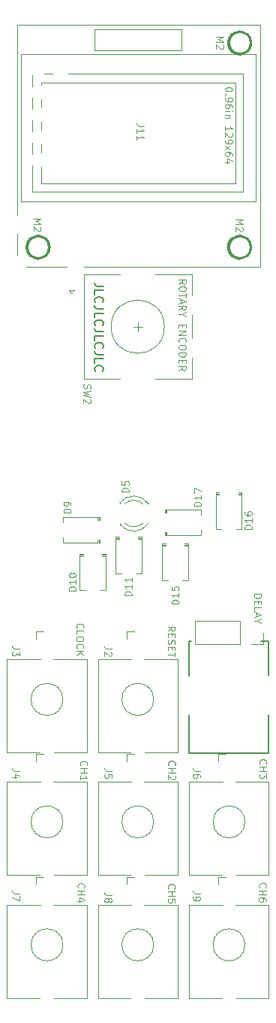
<source format=gto>
G04 #@! TF.GenerationSoftware,KiCad,Pcbnew,8.0.5*
G04 #@! TF.CreationDate,2024-11-11T16:03:41-05:00*
G04 #@! TF.ProjectId,main,6d61696e-2e6b-4696-9361-645f70636258,rev?*
G04 #@! TF.SameCoordinates,Original*
G04 #@! TF.FileFunction,Legend,Top*
G04 #@! TF.FilePolarity,Positive*
%FSLAX46Y46*%
G04 Gerber Fmt 4.6, Leading zero omitted, Abs format (unit mm)*
G04 Created by KiCad (PCBNEW 8.0.5) date 2024-11-11 16:03:41*
%MOMM*%
%LPD*%
G01*
G04 APERTURE LIST*
%ADD10C,0.150000*%
%ADD11C,1.425000*%
%ADD12C,0.120000*%
%ADD13C,0.100000*%
%ADD14R,1.930000X1.830000*%
%ADD15C,2.130000*%
%ADD16O,1.500000X3.000000*%
%ADD17R,1.800000X1.800000*%
%ADD18C,1.800000*%
%ADD19C,2.200000*%
%ADD20O,1.600000X2.000000*%
%ADD21R,2.000000X2.000000*%
%ADD22C,2.000000*%
%ADD23R,3.200000X2.000000*%
%ADD24R,1.700000X1.700000*%
%ADD25O,1.700000X1.700000*%
G04 APERTURE END LIST*
D10*
X40800000Y-97400000D02*
X40800000Y-101700000D01*
X49800000Y-101700000D02*
X49800000Y-97400000D01*
X49800000Y-89100000D02*
X48900000Y-89100000D01*
X40800000Y-101700000D02*
X49800000Y-101700000D01*
D11*
X47194734Y-44750000D02*
G75*
G02*
X45769734Y-44750000I-712500J0D01*
G01*
X45769734Y-44750000D02*
G75*
G02*
X47194734Y-44750000I712500J0D01*
G01*
D10*
X40800000Y-93000000D02*
X40800000Y-89100000D01*
X40800000Y-89100000D02*
X41000000Y-89100000D01*
D11*
X24462500Y-44750000D02*
G75*
G02*
X23037500Y-44750000I-712500J0D01*
G01*
X23037500Y-44750000D02*
G75*
G02*
X24462500Y-44750000I712500J0D01*
G01*
X47212500Y-21750000D02*
G75*
G02*
X45787500Y-21750000I-712500J0D01*
G01*
X45787500Y-21750000D02*
G75*
G02*
X47212500Y-21750000I712500J0D01*
G01*
D10*
X49800000Y-92900000D02*
X49800000Y-89100000D01*
D12*
X48144144Y-83799423D02*
X48944144Y-83799423D01*
X48944144Y-83799423D02*
X48944144Y-83989899D01*
X48944144Y-83989899D02*
X48906049Y-84104185D01*
X48906049Y-84104185D02*
X48829859Y-84180375D01*
X48829859Y-84180375D02*
X48753668Y-84218470D01*
X48753668Y-84218470D02*
X48601287Y-84256566D01*
X48601287Y-84256566D02*
X48487001Y-84256566D01*
X48487001Y-84256566D02*
X48334620Y-84218470D01*
X48334620Y-84218470D02*
X48258430Y-84180375D01*
X48258430Y-84180375D02*
X48182240Y-84104185D01*
X48182240Y-84104185D02*
X48144144Y-83989899D01*
X48144144Y-83989899D02*
X48144144Y-83799423D01*
X48563192Y-84599423D02*
X48563192Y-84866089D01*
X48144144Y-84980375D02*
X48144144Y-84599423D01*
X48144144Y-84599423D02*
X48944144Y-84599423D01*
X48944144Y-84599423D02*
X48944144Y-84980375D01*
X48144144Y-85704185D02*
X48144144Y-85323233D01*
X48144144Y-85323233D02*
X48944144Y-85323233D01*
X48372716Y-85932756D02*
X48372716Y-86313709D01*
X48144144Y-85856566D02*
X48944144Y-86123233D01*
X48944144Y-86123233D02*
X48144144Y-86389899D01*
X48525097Y-86808947D02*
X48144144Y-86808947D01*
X48944144Y-86542280D02*
X48525097Y-86808947D01*
X48525097Y-86808947D02*
X48944144Y-87075613D01*
X43854144Y-21069423D02*
X44654144Y-21069423D01*
X44654144Y-21069423D02*
X44082716Y-21336089D01*
X44082716Y-21336089D02*
X44654144Y-21602756D01*
X44654144Y-21602756D02*
X43854144Y-21602756D01*
X44577954Y-21945613D02*
X44616049Y-21983709D01*
X44616049Y-21983709D02*
X44654144Y-22059899D01*
X44654144Y-22059899D02*
X44654144Y-22250375D01*
X44654144Y-22250375D02*
X44616049Y-22326566D01*
X44616049Y-22326566D02*
X44577954Y-22364661D01*
X44577954Y-22364661D02*
X44501763Y-22402756D01*
X44501763Y-22402756D02*
X44425573Y-22402756D01*
X44425573Y-22402756D02*
X44311287Y-22364661D01*
X44311287Y-22364661D02*
X43854144Y-21907518D01*
X43854144Y-21907518D02*
X43854144Y-22402756D01*
X38384144Y-87946566D02*
X38765097Y-87679899D01*
X38384144Y-87489423D02*
X39184144Y-87489423D01*
X39184144Y-87489423D02*
X39184144Y-87794185D01*
X39184144Y-87794185D02*
X39146049Y-87870375D01*
X39146049Y-87870375D02*
X39107954Y-87908470D01*
X39107954Y-87908470D02*
X39031763Y-87946566D01*
X39031763Y-87946566D02*
X38917478Y-87946566D01*
X38917478Y-87946566D02*
X38841287Y-87908470D01*
X38841287Y-87908470D02*
X38803192Y-87870375D01*
X38803192Y-87870375D02*
X38765097Y-87794185D01*
X38765097Y-87794185D02*
X38765097Y-87489423D01*
X38803192Y-88289423D02*
X38803192Y-88556089D01*
X38384144Y-88670375D02*
X38384144Y-88289423D01*
X38384144Y-88289423D02*
X39184144Y-88289423D01*
X39184144Y-88289423D02*
X39184144Y-88670375D01*
X38422240Y-88975137D02*
X38384144Y-89089423D01*
X38384144Y-89089423D02*
X38384144Y-89279899D01*
X38384144Y-89279899D02*
X38422240Y-89356090D01*
X38422240Y-89356090D02*
X38460335Y-89394185D01*
X38460335Y-89394185D02*
X38536525Y-89432280D01*
X38536525Y-89432280D02*
X38612716Y-89432280D01*
X38612716Y-89432280D02*
X38688906Y-89394185D01*
X38688906Y-89394185D02*
X38727001Y-89356090D01*
X38727001Y-89356090D02*
X38765097Y-89279899D01*
X38765097Y-89279899D02*
X38803192Y-89127518D01*
X38803192Y-89127518D02*
X38841287Y-89051328D01*
X38841287Y-89051328D02*
X38879382Y-89013233D01*
X38879382Y-89013233D02*
X38955573Y-88975137D01*
X38955573Y-88975137D02*
X39031763Y-88975137D01*
X39031763Y-88975137D02*
X39107954Y-89013233D01*
X39107954Y-89013233D02*
X39146049Y-89051328D01*
X39146049Y-89051328D02*
X39184144Y-89127518D01*
X39184144Y-89127518D02*
X39184144Y-89317995D01*
X39184144Y-89317995D02*
X39146049Y-89432280D01*
X38803192Y-89775138D02*
X38803192Y-90041804D01*
X38384144Y-90156090D02*
X38384144Y-89775138D01*
X38384144Y-89775138D02*
X39184144Y-89775138D01*
X39184144Y-89775138D02*
X39184144Y-90156090D01*
X39184144Y-90384662D02*
X39184144Y-90841805D01*
X38384144Y-90613233D02*
X39184144Y-90613233D01*
D10*
X31130180Y-49122493D02*
X30415895Y-49122493D01*
X30415895Y-49122493D02*
X30273038Y-49074874D01*
X30273038Y-49074874D02*
X30177800Y-48979636D01*
X30177800Y-48979636D02*
X30130180Y-48836779D01*
X30130180Y-48836779D02*
X30130180Y-48741541D01*
X30130180Y-50074874D02*
X30130180Y-49598684D01*
X30130180Y-49598684D02*
X31130180Y-49598684D01*
X30225419Y-50979636D02*
X30177800Y-50932017D01*
X30177800Y-50932017D02*
X30130180Y-50789160D01*
X30130180Y-50789160D02*
X30130180Y-50693922D01*
X30130180Y-50693922D02*
X30177800Y-50551065D01*
X30177800Y-50551065D02*
X30273038Y-50455827D01*
X30273038Y-50455827D02*
X30368276Y-50408208D01*
X30368276Y-50408208D02*
X30558752Y-50360589D01*
X30558752Y-50360589D02*
X30701609Y-50360589D01*
X30701609Y-50360589D02*
X30892085Y-50408208D01*
X30892085Y-50408208D02*
X30987323Y-50455827D01*
X30987323Y-50455827D02*
X31082561Y-50551065D01*
X31082561Y-50551065D02*
X31130180Y-50693922D01*
X31130180Y-50693922D02*
X31130180Y-50789160D01*
X31130180Y-50789160D02*
X31082561Y-50932017D01*
X31082561Y-50932017D02*
X31034942Y-50979636D01*
X31130180Y-51693922D02*
X30415895Y-51693922D01*
X30415895Y-51693922D02*
X30273038Y-51646303D01*
X30273038Y-51646303D02*
X30177800Y-51551065D01*
X30177800Y-51551065D02*
X30130180Y-51408208D01*
X30130180Y-51408208D02*
X30130180Y-51312970D01*
X30130180Y-52646303D02*
X30130180Y-52170113D01*
X30130180Y-52170113D02*
X31130180Y-52170113D01*
X30225419Y-53551065D02*
X30177800Y-53503446D01*
X30177800Y-53503446D02*
X30130180Y-53360589D01*
X30130180Y-53360589D02*
X30130180Y-53265351D01*
X30130180Y-53265351D02*
X30177800Y-53122494D01*
X30177800Y-53122494D02*
X30273038Y-53027256D01*
X30273038Y-53027256D02*
X30368276Y-52979637D01*
X30368276Y-52979637D02*
X30558752Y-52932018D01*
X30558752Y-52932018D02*
X30701609Y-52932018D01*
X30701609Y-52932018D02*
X30892085Y-52979637D01*
X30892085Y-52979637D02*
X30987323Y-53027256D01*
X30987323Y-53027256D02*
X31082561Y-53122494D01*
X31082561Y-53122494D02*
X31130180Y-53265351D01*
X31130180Y-53265351D02*
X31130180Y-53360589D01*
X31130180Y-53360589D02*
X31082561Y-53503446D01*
X31082561Y-53503446D02*
X31034942Y-53551065D01*
X31130180Y-54265351D02*
X30415895Y-54265351D01*
X30415895Y-54265351D02*
X30273038Y-54217732D01*
X30273038Y-54217732D02*
X30177800Y-54122494D01*
X30177800Y-54122494D02*
X30130180Y-53979637D01*
X30130180Y-53979637D02*
X30130180Y-53884399D01*
X30130180Y-55217732D02*
X30130180Y-54741542D01*
X30130180Y-54741542D02*
X31130180Y-54741542D01*
X30225419Y-56122494D02*
X30177800Y-56074875D01*
X30177800Y-56074875D02*
X30130180Y-55932018D01*
X30130180Y-55932018D02*
X30130180Y-55836780D01*
X30130180Y-55836780D02*
X30177800Y-55693923D01*
X30177800Y-55693923D02*
X30273038Y-55598685D01*
X30273038Y-55598685D02*
X30368276Y-55551066D01*
X30368276Y-55551066D02*
X30558752Y-55503447D01*
X30558752Y-55503447D02*
X30701609Y-55503447D01*
X30701609Y-55503447D02*
X30892085Y-55551066D01*
X30892085Y-55551066D02*
X30987323Y-55598685D01*
X30987323Y-55598685D02*
X31082561Y-55693923D01*
X31082561Y-55693923D02*
X31130180Y-55836780D01*
X31130180Y-55836780D02*
X31130180Y-55932018D01*
X31130180Y-55932018D02*
X31082561Y-56074875D01*
X31082561Y-56074875D02*
X31034942Y-56122494D01*
X31130180Y-56836780D02*
X30415895Y-56836780D01*
X30415895Y-56836780D02*
X30273038Y-56789161D01*
X30273038Y-56789161D02*
X30177800Y-56693923D01*
X30177800Y-56693923D02*
X30130180Y-56551066D01*
X30130180Y-56551066D02*
X30130180Y-56455828D01*
X30130180Y-57789161D02*
X30130180Y-57312971D01*
X30130180Y-57312971D02*
X31130180Y-57312971D01*
X30225419Y-58693923D02*
X30177800Y-58646304D01*
X30177800Y-58646304D02*
X30130180Y-58503447D01*
X30130180Y-58503447D02*
X30130180Y-58408209D01*
X30130180Y-58408209D02*
X30177800Y-58265352D01*
X30177800Y-58265352D02*
X30273038Y-58170114D01*
X30273038Y-58170114D02*
X30368276Y-58122495D01*
X30368276Y-58122495D02*
X30558752Y-58074876D01*
X30558752Y-58074876D02*
X30701609Y-58074876D01*
X30701609Y-58074876D02*
X30892085Y-58122495D01*
X30892085Y-58122495D02*
X30987323Y-58170114D01*
X30987323Y-58170114D02*
X31082561Y-58265352D01*
X31082561Y-58265352D02*
X31130180Y-58408209D01*
X31130180Y-58408209D02*
X31130180Y-58503447D01*
X31130180Y-58503447D02*
X31082561Y-58646304D01*
X31082561Y-58646304D02*
X31034942Y-58693923D01*
D12*
X23254144Y-41569423D02*
X24054144Y-41569423D01*
X24054144Y-41569423D02*
X23482716Y-41836089D01*
X23482716Y-41836089D02*
X24054144Y-42102756D01*
X24054144Y-42102756D02*
X23254144Y-42102756D01*
X23977954Y-42445613D02*
X24016049Y-42483709D01*
X24016049Y-42483709D02*
X24054144Y-42559899D01*
X24054144Y-42559899D02*
X24054144Y-42750375D01*
X24054144Y-42750375D02*
X24016049Y-42826566D01*
X24016049Y-42826566D02*
X23977954Y-42864661D01*
X23977954Y-42864661D02*
X23901763Y-42902756D01*
X23901763Y-42902756D02*
X23825573Y-42902756D01*
X23825573Y-42902756D02*
X23711287Y-42864661D01*
X23711287Y-42864661D02*
X23254144Y-42407518D01*
X23254144Y-42407518D02*
X23254144Y-42902756D01*
X46054144Y-41619423D02*
X46854144Y-41619423D01*
X46854144Y-41619423D02*
X46282716Y-41886089D01*
X46282716Y-41886089D02*
X46854144Y-42152756D01*
X46854144Y-42152756D02*
X46054144Y-42152756D01*
X46777954Y-42495613D02*
X46816049Y-42533709D01*
X46816049Y-42533709D02*
X46854144Y-42609899D01*
X46854144Y-42609899D02*
X46854144Y-42800375D01*
X46854144Y-42800375D02*
X46816049Y-42876566D01*
X46816049Y-42876566D02*
X46777954Y-42914661D01*
X46777954Y-42914661D02*
X46701763Y-42952756D01*
X46701763Y-42952756D02*
X46625573Y-42952756D01*
X46625573Y-42952756D02*
X46511287Y-42914661D01*
X46511287Y-42914661D02*
X46054144Y-42457518D01*
X46054144Y-42457518D02*
X46054144Y-42952756D01*
X45654144Y-26921804D02*
X45654144Y-26997994D01*
X45654144Y-26997994D02*
X45616049Y-27074185D01*
X45616049Y-27074185D02*
X45577954Y-27112280D01*
X45577954Y-27112280D02*
X45501763Y-27150375D01*
X45501763Y-27150375D02*
X45349382Y-27188470D01*
X45349382Y-27188470D02*
X45158906Y-27188470D01*
X45158906Y-27188470D02*
X45006525Y-27150375D01*
X45006525Y-27150375D02*
X44930335Y-27112280D01*
X44930335Y-27112280D02*
X44892240Y-27074185D01*
X44892240Y-27074185D02*
X44854144Y-26997994D01*
X44854144Y-26997994D02*
X44854144Y-26921804D01*
X44854144Y-26921804D02*
X44892240Y-26845613D01*
X44892240Y-26845613D02*
X44930335Y-26807518D01*
X44930335Y-26807518D02*
X45006525Y-26769423D01*
X45006525Y-26769423D02*
X45158906Y-26731327D01*
X45158906Y-26731327D02*
X45349382Y-26731327D01*
X45349382Y-26731327D02*
X45501763Y-26769423D01*
X45501763Y-26769423D02*
X45577954Y-26807518D01*
X45577954Y-26807518D02*
X45616049Y-26845613D01*
X45616049Y-26845613D02*
X45654144Y-26921804D01*
X44930335Y-27531328D02*
X44892240Y-27569423D01*
X44892240Y-27569423D02*
X44854144Y-27531328D01*
X44854144Y-27531328D02*
X44892240Y-27493232D01*
X44892240Y-27493232D02*
X44930335Y-27531328D01*
X44930335Y-27531328D02*
X44854144Y-27531328D01*
X44854144Y-27950375D02*
X44854144Y-28102756D01*
X44854144Y-28102756D02*
X44892240Y-28178946D01*
X44892240Y-28178946D02*
X44930335Y-28217042D01*
X44930335Y-28217042D02*
X45044620Y-28293232D01*
X45044620Y-28293232D02*
X45197001Y-28331327D01*
X45197001Y-28331327D02*
X45501763Y-28331327D01*
X45501763Y-28331327D02*
X45577954Y-28293232D01*
X45577954Y-28293232D02*
X45616049Y-28255137D01*
X45616049Y-28255137D02*
X45654144Y-28178946D01*
X45654144Y-28178946D02*
X45654144Y-28026565D01*
X45654144Y-28026565D02*
X45616049Y-27950375D01*
X45616049Y-27950375D02*
X45577954Y-27912280D01*
X45577954Y-27912280D02*
X45501763Y-27874184D01*
X45501763Y-27874184D02*
X45311287Y-27874184D01*
X45311287Y-27874184D02*
X45235097Y-27912280D01*
X45235097Y-27912280D02*
X45197001Y-27950375D01*
X45197001Y-27950375D02*
X45158906Y-28026565D01*
X45158906Y-28026565D02*
X45158906Y-28178946D01*
X45158906Y-28178946D02*
X45197001Y-28255137D01*
X45197001Y-28255137D02*
X45235097Y-28293232D01*
X45235097Y-28293232D02*
X45311287Y-28331327D01*
X45654144Y-29017042D02*
X45654144Y-28864661D01*
X45654144Y-28864661D02*
X45616049Y-28788470D01*
X45616049Y-28788470D02*
X45577954Y-28750375D01*
X45577954Y-28750375D02*
X45463668Y-28674185D01*
X45463668Y-28674185D02*
X45311287Y-28636089D01*
X45311287Y-28636089D02*
X45006525Y-28636089D01*
X45006525Y-28636089D02*
X44930335Y-28674185D01*
X44930335Y-28674185D02*
X44892240Y-28712280D01*
X44892240Y-28712280D02*
X44854144Y-28788470D01*
X44854144Y-28788470D02*
X44854144Y-28940851D01*
X44854144Y-28940851D02*
X44892240Y-29017042D01*
X44892240Y-29017042D02*
X44930335Y-29055137D01*
X44930335Y-29055137D02*
X45006525Y-29093232D01*
X45006525Y-29093232D02*
X45197001Y-29093232D01*
X45197001Y-29093232D02*
X45273192Y-29055137D01*
X45273192Y-29055137D02*
X45311287Y-29017042D01*
X45311287Y-29017042D02*
X45349382Y-28940851D01*
X45349382Y-28940851D02*
X45349382Y-28788470D01*
X45349382Y-28788470D02*
X45311287Y-28712280D01*
X45311287Y-28712280D02*
X45273192Y-28674185D01*
X45273192Y-28674185D02*
X45197001Y-28636089D01*
X44854144Y-29436090D02*
X45387478Y-29436090D01*
X45654144Y-29436090D02*
X45616049Y-29397994D01*
X45616049Y-29397994D02*
X45577954Y-29436090D01*
X45577954Y-29436090D02*
X45616049Y-29474185D01*
X45616049Y-29474185D02*
X45654144Y-29436090D01*
X45654144Y-29436090D02*
X45577954Y-29436090D01*
X45387478Y-29817042D02*
X44854144Y-29817042D01*
X45311287Y-29817042D02*
X45349382Y-29855137D01*
X45349382Y-29855137D02*
X45387478Y-29931327D01*
X45387478Y-29931327D02*
X45387478Y-30045613D01*
X45387478Y-30045613D02*
X45349382Y-30121804D01*
X45349382Y-30121804D02*
X45273192Y-30159899D01*
X45273192Y-30159899D02*
X44854144Y-30159899D01*
X44854144Y-31569423D02*
X44854144Y-31112280D01*
X44854144Y-31340852D02*
X45654144Y-31340852D01*
X45654144Y-31340852D02*
X45539859Y-31264661D01*
X45539859Y-31264661D02*
X45463668Y-31188471D01*
X45463668Y-31188471D02*
X45425573Y-31112280D01*
X45577954Y-31874185D02*
X45616049Y-31912281D01*
X45616049Y-31912281D02*
X45654144Y-31988471D01*
X45654144Y-31988471D02*
X45654144Y-32178947D01*
X45654144Y-32178947D02*
X45616049Y-32255138D01*
X45616049Y-32255138D02*
X45577954Y-32293233D01*
X45577954Y-32293233D02*
X45501763Y-32331328D01*
X45501763Y-32331328D02*
X45425573Y-32331328D01*
X45425573Y-32331328D02*
X45311287Y-32293233D01*
X45311287Y-32293233D02*
X44854144Y-31836090D01*
X44854144Y-31836090D02*
X44854144Y-32331328D01*
X44854144Y-32712281D02*
X44854144Y-32864662D01*
X44854144Y-32864662D02*
X44892240Y-32940852D01*
X44892240Y-32940852D02*
X44930335Y-32978948D01*
X44930335Y-32978948D02*
X45044620Y-33055138D01*
X45044620Y-33055138D02*
X45197001Y-33093233D01*
X45197001Y-33093233D02*
X45501763Y-33093233D01*
X45501763Y-33093233D02*
X45577954Y-33055138D01*
X45577954Y-33055138D02*
X45616049Y-33017043D01*
X45616049Y-33017043D02*
X45654144Y-32940852D01*
X45654144Y-32940852D02*
X45654144Y-32788471D01*
X45654144Y-32788471D02*
X45616049Y-32712281D01*
X45616049Y-32712281D02*
X45577954Y-32674186D01*
X45577954Y-32674186D02*
X45501763Y-32636090D01*
X45501763Y-32636090D02*
X45311287Y-32636090D01*
X45311287Y-32636090D02*
X45235097Y-32674186D01*
X45235097Y-32674186D02*
X45197001Y-32712281D01*
X45197001Y-32712281D02*
X45158906Y-32788471D01*
X45158906Y-32788471D02*
X45158906Y-32940852D01*
X45158906Y-32940852D02*
X45197001Y-33017043D01*
X45197001Y-33017043D02*
X45235097Y-33055138D01*
X45235097Y-33055138D02*
X45311287Y-33093233D01*
X44854144Y-33359900D02*
X45387478Y-33778948D01*
X45387478Y-33359900D02*
X44854144Y-33778948D01*
X45654144Y-34426567D02*
X45654144Y-34274186D01*
X45654144Y-34274186D02*
X45616049Y-34197995D01*
X45616049Y-34197995D02*
X45577954Y-34159900D01*
X45577954Y-34159900D02*
X45463668Y-34083710D01*
X45463668Y-34083710D02*
X45311287Y-34045614D01*
X45311287Y-34045614D02*
X45006525Y-34045614D01*
X45006525Y-34045614D02*
X44930335Y-34083710D01*
X44930335Y-34083710D02*
X44892240Y-34121805D01*
X44892240Y-34121805D02*
X44854144Y-34197995D01*
X44854144Y-34197995D02*
X44854144Y-34350376D01*
X44854144Y-34350376D02*
X44892240Y-34426567D01*
X44892240Y-34426567D02*
X44930335Y-34464662D01*
X44930335Y-34464662D02*
X45006525Y-34502757D01*
X45006525Y-34502757D02*
X45197001Y-34502757D01*
X45197001Y-34502757D02*
X45273192Y-34464662D01*
X45273192Y-34464662D02*
X45311287Y-34426567D01*
X45311287Y-34426567D02*
X45349382Y-34350376D01*
X45349382Y-34350376D02*
X45349382Y-34197995D01*
X45349382Y-34197995D02*
X45311287Y-34121805D01*
X45311287Y-34121805D02*
X45273192Y-34083710D01*
X45273192Y-34083710D02*
X45197001Y-34045614D01*
X45387478Y-35188472D02*
X44854144Y-35188472D01*
X45692240Y-34997996D02*
X45120811Y-34807519D01*
X45120811Y-34807519D02*
X45120811Y-35302758D01*
X48768290Y-116866566D02*
X48730195Y-116828470D01*
X48730195Y-116828470D02*
X48692099Y-116714185D01*
X48692099Y-116714185D02*
X48692099Y-116637994D01*
X48692099Y-116637994D02*
X48730195Y-116523708D01*
X48730195Y-116523708D02*
X48806385Y-116447518D01*
X48806385Y-116447518D02*
X48882575Y-116409423D01*
X48882575Y-116409423D02*
X49034956Y-116371327D01*
X49034956Y-116371327D02*
X49149242Y-116371327D01*
X49149242Y-116371327D02*
X49301623Y-116409423D01*
X49301623Y-116409423D02*
X49377814Y-116447518D01*
X49377814Y-116447518D02*
X49454004Y-116523708D01*
X49454004Y-116523708D02*
X49492099Y-116637994D01*
X49492099Y-116637994D02*
X49492099Y-116714185D01*
X49492099Y-116714185D02*
X49454004Y-116828470D01*
X49454004Y-116828470D02*
X49415909Y-116866566D01*
X48692099Y-117209423D02*
X49492099Y-117209423D01*
X49111147Y-117209423D02*
X49111147Y-117666566D01*
X48692099Y-117666566D02*
X49492099Y-117666566D01*
X49492099Y-118390375D02*
X49492099Y-118237994D01*
X49492099Y-118237994D02*
X49454004Y-118161803D01*
X49454004Y-118161803D02*
X49415909Y-118123708D01*
X49415909Y-118123708D02*
X49301623Y-118047518D01*
X49301623Y-118047518D02*
X49149242Y-118009422D01*
X49149242Y-118009422D02*
X48844480Y-118009422D01*
X48844480Y-118009422D02*
X48768290Y-118047518D01*
X48768290Y-118047518D02*
X48730195Y-118085613D01*
X48730195Y-118085613D02*
X48692099Y-118161803D01*
X48692099Y-118161803D02*
X48692099Y-118314184D01*
X48692099Y-118314184D02*
X48730195Y-118390375D01*
X48730195Y-118390375D02*
X48768290Y-118428470D01*
X48768290Y-118428470D02*
X48844480Y-118466565D01*
X48844480Y-118466565D02*
X49034956Y-118466565D01*
X49034956Y-118466565D02*
X49111147Y-118428470D01*
X49111147Y-118428470D02*
X49149242Y-118390375D01*
X49149242Y-118390375D02*
X49187337Y-118314184D01*
X49187337Y-118314184D02*
X49187337Y-118161803D01*
X49187337Y-118161803D02*
X49149242Y-118085613D01*
X49149242Y-118085613D02*
X49111147Y-118047518D01*
X49111147Y-118047518D02*
X49034956Y-118009422D01*
X28580335Y-103126566D02*
X28542240Y-103088470D01*
X28542240Y-103088470D02*
X28504144Y-102974185D01*
X28504144Y-102974185D02*
X28504144Y-102897994D01*
X28504144Y-102897994D02*
X28542240Y-102783708D01*
X28542240Y-102783708D02*
X28618430Y-102707518D01*
X28618430Y-102707518D02*
X28694620Y-102669423D01*
X28694620Y-102669423D02*
X28847001Y-102631327D01*
X28847001Y-102631327D02*
X28961287Y-102631327D01*
X28961287Y-102631327D02*
X29113668Y-102669423D01*
X29113668Y-102669423D02*
X29189859Y-102707518D01*
X29189859Y-102707518D02*
X29266049Y-102783708D01*
X29266049Y-102783708D02*
X29304144Y-102897994D01*
X29304144Y-102897994D02*
X29304144Y-102974185D01*
X29304144Y-102974185D02*
X29266049Y-103088470D01*
X29266049Y-103088470D02*
X29227954Y-103126566D01*
X28504144Y-103469423D02*
X29304144Y-103469423D01*
X28923192Y-103469423D02*
X28923192Y-103926566D01*
X28504144Y-103926566D02*
X29304144Y-103926566D01*
X28504144Y-104726565D02*
X28504144Y-104269422D01*
X28504144Y-104497994D02*
X29304144Y-104497994D01*
X29304144Y-104497994D02*
X29189859Y-104421803D01*
X29189859Y-104421803D02*
X29113668Y-104345613D01*
X29113668Y-104345613D02*
X29075573Y-104269422D01*
X39636144Y-48871429D02*
X40017097Y-48604762D01*
X39636144Y-48414286D02*
X40436144Y-48414286D01*
X40436144Y-48414286D02*
X40436144Y-48719048D01*
X40436144Y-48719048D02*
X40398049Y-48795238D01*
X40398049Y-48795238D02*
X40359954Y-48833333D01*
X40359954Y-48833333D02*
X40283763Y-48871429D01*
X40283763Y-48871429D02*
X40169478Y-48871429D01*
X40169478Y-48871429D02*
X40093287Y-48833333D01*
X40093287Y-48833333D02*
X40055192Y-48795238D01*
X40055192Y-48795238D02*
X40017097Y-48719048D01*
X40017097Y-48719048D02*
X40017097Y-48414286D01*
X40436144Y-49366667D02*
X40436144Y-49519048D01*
X40436144Y-49519048D02*
X40398049Y-49595238D01*
X40398049Y-49595238D02*
X40321859Y-49671429D01*
X40321859Y-49671429D02*
X40169478Y-49709524D01*
X40169478Y-49709524D02*
X39902811Y-49709524D01*
X39902811Y-49709524D02*
X39750430Y-49671429D01*
X39750430Y-49671429D02*
X39674240Y-49595238D01*
X39674240Y-49595238D02*
X39636144Y-49519048D01*
X39636144Y-49519048D02*
X39636144Y-49366667D01*
X39636144Y-49366667D02*
X39674240Y-49290476D01*
X39674240Y-49290476D02*
X39750430Y-49214286D01*
X39750430Y-49214286D02*
X39902811Y-49176190D01*
X39902811Y-49176190D02*
X40169478Y-49176190D01*
X40169478Y-49176190D02*
X40321859Y-49214286D01*
X40321859Y-49214286D02*
X40398049Y-49290476D01*
X40398049Y-49290476D02*
X40436144Y-49366667D01*
X40436144Y-49938095D02*
X40436144Y-50395238D01*
X39636144Y-50166666D02*
X40436144Y-50166666D01*
X39864716Y-50623809D02*
X39864716Y-51004762D01*
X39636144Y-50547619D02*
X40436144Y-50814286D01*
X40436144Y-50814286D02*
X39636144Y-51080952D01*
X39636144Y-51804762D02*
X40017097Y-51538095D01*
X39636144Y-51347619D02*
X40436144Y-51347619D01*
X40436144Y-51347619D02*
X40436144Y-51652381D01*
X40436144Y-51652381D02*
X40398049Y-51728571D01*
X40398049Y-51728571D02*
X40359954Y-51766666D01*
X40359954Y-51766666D02*
X40283763Y-51804762D01*
X40283763Y-51804762D02*
X40169478Y-51804762D01*
X40169478Y-51804762D02*
X40093287Y-51766666D01*
X40093287Y-51766666D02*
X40055192Y-51728571D01*
X40055192Y-51728571D02*
X40017097Y-51652381D01*
X40017097Y-51652381D02*
X40017097Y-51347619D01*
X40017097Y-52300000D02*
X39636144Y-52300000D01*
X40436144Y-52033333D02*
X40017097Y-52300000D01*
X40017097Y-52300000D02*
X40436144Y-52566666D01*
X40055192Y-53442857D02*
X40055192Y-53709523D01*
X39636144Y-53823809D02*
X39636144Y-53442857D01*
X39636144Y-53442857D02*
X40436144Y-53442857D01*
X40436144Y-53442857D02*
X40436144Y-53823809D01*
X39636144Y-54166667D02*
X40436144Y-54166667D01*
X40436144Y-54166667D02*
X39636144Y-54623810D01*
X39636144Y-54623810D02*
X40436144Y-54623810D01*
X39712335Y-55461905D02*
X39674240Y-55423809D01*
X39674240Y-55423809D02*
X39636144Y-55309524D01*
X39636144Y-55309524D02*
X39636144Y-55233333D01*
X39636144Y-55233333D02*
X39674240Y-55119047D01*
X39674240Y-55119047D02*
X39750430Y-55042857D01*
X39750430Y-55042857D02*
X39826620Y-55004762D01*
X39826620Y-55004762D02*
X39979001Y-54966666D01*
X39979001Y-54966666D02*
X40093287Y-54966666D01*
X40093287Y-54966666D02*
X40245668Y-55004762D01*
X40245668Y-55004762D02*
X40321859Y-55042857D01*
X40321859Y-55042857D02*
X40398049Y-55119047D01*
X40398049Y-55119047D02*
X40436144Y-55233333D01*
X40436144Y-55233333D02*
X40436144Y-55309524D01*
X40436144Y-55309524D02*
X40398049Y-55423809D01*
X40398049Y-55423809D02*
X40359954Y-55461905D01*
X40436144Y-55957143D02*
X40436144Y-56109524D01*
X40436144Y-56109524D02*
X40398049Y-56185714D01*
X40398049Y-56185714D02*
X40321859Y-56261905D01*
X40321859Y-56261905D02*
X40169478Y-56300000D01*
X40169478Y-56300000D02*
X39902811Y-56300000D01*
X39902811Y-56300000D02*
X39750430Y-56261905D01*
X39750430Y-56261905D02*
X39674240Y-56185714D01*
X39674240Y-56185714D02*
X39636144Y-56109524D01*
X39636144Y-56109524D02*
X39636144Y-55957143D01*
X39636144Y-55957143D02*
X39674240Y-55880952D01*
X39674240Y-55880952D02*
X39750430Y-55804762D01*
X39750430Y-55804762D02*
X39902811Y-55766666D01*
X39902811Y-55766666D02*
X40169478Y-55766666D01*
X40169478Y-55766666D02*
X40321859Y-55804762D01*
X40321859Y-55804762D02*
X40398049Y-55880952D01*
X40398049Y-55880952D02*
X40436144Y-55957143D01*
X39636144Y-56642857D02*
X40436144Y-56642857D01*
X40436144Y-56642857D02*
X40436144Y-56833333D01*
X40436144Y-56833333D02*
X40398049Y-56947619D01*
X40398049Y-56947619D02*
X40321859Y-57023809D01*
X40321859Y-57023809D02*
X40245668Y-57061904D01*
X40245668Y-57061904D02*
X40093287Y-57100000D01*
X40093287Y-57100000D02*
X39979001Y-57100000D01*
X39979001Y-57100000D02*
X39826620Y-57061904D01*
X39826620Y-57061904D02*
X39750430Y-57023809D01*
X39750430Y-57023809D02*
X39674240Y-56947619D01*
X39674240Y-56947619D02*
X39636144Y-56833333D01*
X39636144Y-56833333D02*
X39636144Y-56642857D01*
X40055192Y-57442857D02*
X40055192Y-57709523D01*
X39636144Y-57823809D02*
X39636144Y-57442857D01*
X39636144Y-57442857D02*
X40436144Y-57442857D01*
X40436144Y-57442857D02*
X40436144Y-57823809D01*
X39636144Y-58623810D02*
X40017097Y-58357143D01*
X39636144Y-58166667D02*
X40436144Y-58166667D01*
X40436144Y-58166667D02*
X40436144Y-58471429D01*
X40436144Y-58471429D02*
X40398049Y-58547619D01*
X40398049Y-58547619D02*
X40359954Y-58585714D01*
X40359954Y-58585714D02*
X40283763Y-58623810D01*
X40283763Y-58623810D02*
X40169478Y-58623810D01*
X40169478Y-58623810D02*
X40093287Y-58585714D01*
X40093287Y-58585714D02*
X40055192Y-58547619D01*
X40055192Y-58547619D02*
X40017097Y-58471429D01*
X40017097Y-58471429D02*
X40017097Y-58166667D01*
X38468290Y-116996566D02*
X38430195Y-116958470D01*
X38430195Y-116958470D02*
X38392099Y-116844185D01*
X38392099Y-116844185D02*
X38392099Y-116767994D01*
X38392099Y-116767994D02*
X38430195Y-116653708D01*
X38430195Y-116653708D02*
X38506385Y-116577518D01*
X38506385Y-116577518D02*
X38582575Y-116539423D01*
X38582575Y-116539423D02*
X38734956Y-116501327D01*
X38734956Y-116501327D02*
X38849242Y-116501327D01*
X38849242Y-116501327D02*
X39001623Y-116539423D01*
X39001623Y-116539423D02*
X39077814Y-116577518D01*
X39077814Y-116577518D02*
X39154004Y-116653708D01*
X39154004Y-116653708D02*
X39192099Y-116767994D01*
X39192099Y-116767994D02*
X39192099Y-116844185D01*
X39192099Y-116844185D02*
X39154004Y-116958470D01*
X39154004Y-116958470D02*
X39115909Y-116996566D01*
X38392099Y-117339423D02*
X39192099Y-117339423D01*
X38811147Y-117339423D02*
X38811147Y-117796566D01*
X38392099Y-117796566D02*
X39192099Y-117796566D01*
X39192099Y-118558470D02*
X39192099Y-118177518D01*
X39192099Y-118177518D02*
X38811147Y-118139422D01*
X38811147Y-118139422D02*
X38849242Y-118177518D01*
X38849242Y-118177518D02*
X38887337Y-118253708D01*
X38887337Y-118253708D02*
X38887337Y-118444184D01*
X38887337Y-118444184D02*
X38849242Y-118520375D01*
X38849242Y-118520375D02*
X38811147Y-118558470D01*
X38811147Y-118558470D02*
X38734956Y-118596565D01*
X38734956Y-118596565D02*
X38544480Y-118596565D01*
X38544480Y-118596565D02*
X38468290Y-118558470D01*
X38468290Y-118558470D02*
X38430195Y-118520375D01*
X38430195Y-118520375D02*
X38392099Y-118444184D01*
X38392099Y-118444184D02*
X38392099Y-118253708D01*
X38392099Y-118253708D02*
X38430195Y-118177518D01*
X38430195Y-118177518D02*
X38468290Y-118139422D01*
X28266245Y-116886566D02*
X28228150Y-116848470D01*
X28228150Y-116848470D02*
X28190054Y-116734185D01*
X28190054Y-116734185D02*
X28190054Y-116657994D01*
X28190054Y-116657994D02*
X28228150Y-116543708D01*
X28228150Y-116543708D02*
X28304340Y-116467518D01*
X28304340Y-116467518D02*
X28380530Y-116429423D01*
X28380530Y-116429423D02*
X28532911Y-116391327D01*
X28532911Y-116391327D02*
X28647197Y-116391327D01*
X28647197Y-116391327D02*
X28799578Y-116429423D01*
X28799578Y-116429423D02*
X28875769Y-116467518D01*
X28875769Y-116467518D02*
X28951959Y-116543708D01*
X28951959Y-116543708D02*
X28990054Y-116657994D01*
X28990054Y-116657994D02*
X28990054Y-116734185D01*
X28990054Y-116734185D02*
X28951959Y-116848470D01*
X28951959Y-116848470D02*
X28913864Y-116886566D01*
X28190054Y-117229423D02*
X28990054Y-117229423D01*
X28609102Y-117229423D02*
X28609102Y-117686566D01*
X28190054Y-117686566D02*
X28990054Y-117686566D01*
X28723388Y-118410375D02*
X28190054Y-118410375D01*
X29028150Y-118219899D02*
X28456721Y-118029422D01*
X28456721Y-118029422D02*
X28456721Y-118524661D01*
X48808290Y-102936566D02*
X48770195Y-102898470D01*
X48770195Y-102898470D02*
X48732099Y-102784185D01*
X48732099Y-102784185D02*
X48732099Y-102707994D01*
X48732099Y-102707994D02*
X48770195Y-102593708D01*
X48770195Y-102593708D02*
X48846385Y-102517518D01*
X48846385Y-102517518D02*
X48922575Y-102479423D01*
X48922575Y-102479423D02*
X49074956Y-102441327D01*
X49074956Y-102441327D02*
X49189242Y-102441327D01*
X49189242Y-102441327D02*
X49341623Y-102479423D01*
X49341623Y-102479423D02*
X49417814Y-102517518D01*
X49417814Y-102517518D02*
X49494004Y-102593708D01*
X49494004Y-102593708D02*
X49532099Y-102707994D01*
X49532099Y-102707994D02*
X49532099Y-102784185D01*
X49532099Y-102784185D02*
X49494004Y-102898470D01*
X49494004Y-102898470D02*
X49455909Y-102936566D01*
X48732099Y-103279423D02*
X49532099Y-103279423D01*
X49151147Y-103279423D02*
X49151147Y-103736566D01*
X48732099Y-103736566D02*
X49532099Y-103736566D01*
X49532099Y-104041327D02*
X49532099Y-104536565D01*
X49532099Y-104536565D02*
X49227337Y-104269899D01*
X49227337Y-104269899D02*
X49227337Y-104384184D01*
X49227337Y-104384184D02*
X49189242Y-104460375D01*
X49189242Y-104460375D02*
X49151147Y-104498470D01*
X49151147Y-104498470D02*
X49074956Y-104536565D01*
X49074956Y-104536565D02*
X48884480Y-104536565D01*
X48884480Y-104536565D02*
X48808290Y-104498470D01*
X48808290Y-104498470D02*
X48770195Y-104460375D01*
X48770195Y-104460375D02*
X48732099Y-104384184D01*
X48732099Y-104384184D02*
X48732099Y-104155613D01*
X48732099Y-104155613D02*
X48770195Y-104079422D01*
X48770195Y-104079422D02*
X48808290Y-104041327D01*
X38496245Y-103116566D02*
X38458150Y-103078470D01*
X38458150Y-103078470D02*
X38420054Y-102964185D01*
X38420054Y-102964185D02*
X38420054Y-102887994D01*
X38420054Y-102887994D02*
X38458150Y-102773708D01*
X38458150Y-102773708D02*
X38534340Y-102697518D01*
X38534340Y-102697518D02*
X38610530Y-102659423D01*
X38610530Y-102659423D02*
X38762911Y-102621327D01*
X38762911Y-102621327D02*
X38877197Y-102621327D01*
X38877197Y-102621327D02*
X39029578Y-102659423D01*
X39029578Y-102659423D02*
X39105769Y-102697518D01*
X39105769Y-102697518D02*
X39181959Y-102773708D01*
X39181959Y-102773708D02*
X39220054Y-102887994D01*
X39220054Y-102887994D02*
X39220054Y-102964185D01*
X39220054Y-102964185D02*
X39181959Y-103078470D01*
X39181959Y-103078470D02*
X39143864Y-103116566D01*
X38420054Y-103459423D02*
X39220054Y-103459423D01*
X38839102Y-103459423D02*
X38839102Y-103916566D01*
X38420054Y-103916566D02*
X39220054Y-103916566D01*
X39143864Y-104259422D02*
X39181959Y-104297518D01*
X39181959Y-104297518D02*
X39220054Y-104373708D01*
X39220054Y-104373708D02*
X39220054Y-104564184D01*
X39220054Y-104564184D02*
X39181959Y-104640375D01*
X39181959Y-104640375D02*
X39143864Y-104678470D01*
X39143864Y-104678470D02*
X39067673Y-104716565D01*
X39067673Y-104716565D02*
X38991483Y-104716565D01*
X38991483Y-104716565D02*
X38877197Y-104678470D01*
X38877197Y-104678470D02*
X38420054Y-104221327D01*
X38420054Y-104221327D02*
X38420054Y-104716565D01*
X28160335Y-87636566D02*
X28122240Y-87598470D01*
X28122240Y-87598470D02*
X28084144Y-87484185D01*
X28084144Y-87484185D02*
X28084144Y-87407994D01*
X28084144Y-87407994D02*
X28122240Y-87293708D01*
X28122240Y-87293708D02*
X28198430Y-87217518D01*
X28198430Y-87217518D02*
X28274620Y-87179423D01*
X28274620Y-87179423D02*
X28427001Y-87141327D01*
X28427001Y-87141327D02*
X28541287Y-87141327D01*
X28541287Y-87141327D02*
X28693668Y-87179423D01*
X28693668Y-87179423D02*
X28769859Y-87217518D01*
X28769859Y-87217518D02*
X28846049Y-87293708D01*
X28846049Y-87293708D02*
X28884144Y-87407994D01*
X28884144Y-87407994D02*
X28884144Y-87484185D01*
X28884144Y-87484185D02*
X28846049Y-87598470D01*
X28846049Y-87598470D02*
X28807954Y-87636566D01*
X28084144Y-88360375D02*
X28084144Y-87979423D01*
X28084144Y-87979423D02*
X28884144Y-87979423D01*
X28884144Y-88779423D02*
X28884144Y-88931804D01*
X28884144Y-88931804D02*
X28846049Y-89007994D01*
X28846049Y-89007994D02*
X28769859Y-89084185D01*
X28769859Y-89084185D02*
X28617478Y-89122280D01*
X28617478Y-89122280D02*
X28350811Y-89122280D01*
X28350811Y-89122280D02*
X28198430Y-89084185D01*
X28198430Y-89084185D02*
X28122240Y-89007994D01*
X28122240Y-89007994D02*
X28084144Y-88931804D01*
X28084144Y-88931804D02*
X28084144Y-88779423D01*
X28084144Y-88779423D02*
X28122240Y-88703232D01*
X28122240Y-88703232D02*
X28198430Y-88627042D01*
X28198430Y-88627042D02*
X28350811Y-88588946D01*
X28350811Y-88588946D02*
X28617478Y-88588946D01*
X28617478Y-88588946D02*
X28769859Y-88627042D01*
X28769859Y-88627042D02*
X28846049Y-88703232D01*
X28846049Y-88703232D02*
X28884144Y-88779423D01*
X28160335Y-89922280D02*
X28122240Y-89884184D01*
X28122240Y-89884184D02*
X28084144Y-89769899D01*
X28084144Y-89769899D02*
X28084144Y-89693708D01*
X28084144Y-89693708D02*
X28122240Y-89579422D01*
X28122240Y-89579422D02*
X28198430Y-89503232D01*
X28198430Y-89503232D02*
X28274620Y-89465137D01*
X28274620Y-89465137D02*
X28427001Y-89427041D01*
X28427001Y-89427041D02*
X28541287Y-89427041D01*
X28541287Y-89427041D02*
X28693668Y-89465137D01*
X28693668Y-89465137D02*
X28769859Y-89503232D01*
X28769859Y-89503232D02*
X28846049Y-89579422D01*
X28846049Y-89579422D02*
X28884144Y-89693708D01*
X28884144Y-89693708D02*
X28884144Y-89769899D01*
X28884144Y-89769899D02*
X28846049Y-89884184D01*
X28846049Y-89884184D02*
X28807954Y-89922280D01*
X28084144Y-90265137D02*
X28884144Y-90265137D01*
X28084144Y-90722280D02*
X28541287Y-90379422D01*
X28884144Y-90722280D02*
X28427001Y-90265137D01*
X32036144Y-117733333D02*
X31464716Y-117733333D01*
X31464716Y-117733333D02*
X31350430Y-117695238D01*
X31350430Y-117695238D02*
X31274240Y-117619047D01*
X31274240Y-117619047D02*
X31236144Y-117504762D01*
X31236144Y-117504762D02*
X31236144Y-117428571D01*
X31693287Y-118228571D02*
X31731382Y-118152381D01*
X31731382Y-118152381D02*
X31769478Y-118114286D01*
X31769478Y-118114286D02*
X31845668Y-118076190D01*
X31845668Y-118076190D02*
X31883763Y-118076190D01*
X31883763Y-118076190D02*
X31959954Y-118114286D01*
X31959954Y-118114286D02*
X31998049Y-118152381D01*
X31998049Y-118152381D02*
X32036144Y-118228571D01*
X32036144Y-118228571D02*
X32036144Y-118380952D01*
X32036144Y-118380952D02*
X31998049Y-118457143D01*
X31998049Y-118457143D02*
X31959954Y-118495238D01*
X31959954Y-118495238D02*
X31883763Y-118533333D01*
X31883763Y-118533333D02*
X31845668Y-118533333D01*
X31845668Y-118533333D02*
X31769478Y-118495238D01*
X31769478Y-118495238D02*
X31731382Y-118457143D01*
X31731382Y-118457143D02*
X31693287Y-118380952D01*
X31693287Y-118380952D02*
X31693287Y-118228571D01*
X31693287Y-118228571D02*
X31655192Y-118152381D01*
X31655192Y-118152381D02*
X31617097Y-118114286D01*
X31617097Y-118114286D02*
X31540906Y-118076190D01*
X31540906Y-118076190D02*
X31388525Y-118076190D01*
X31388525Y-118076190D02*
X31312335Y-118114286D01*
X31312335Y-118114286D02*
X31274240Y-118152381D01*
X31274240Y-118152381D02*
X31236144Y-118228571D01*
X31236144Y-118228571D02*
X31236144Y-118380952D01*
X31236144Y-118380952D02*
X31274240Y-118457143D01*
X31274240Y-118457143D02*
X31312335Y-118495238D01*
X31312335Y-118495238D02*
X31388525Y-118533333D01*
X31388525Y-118533333D02*
X31540906Y-118533333D01*
X31540906Y-118533333D02*
X31617097Y-118495238D01*
X31617097Y-118495238D02*
X31655192Y-118457143D01*
X31655192Y-118457143D02*
X31693287Y-118380952D01*
X32036144Y-103753333D02*
X31464716Y-103753333D01*
X31464716Y-103753333D02*
X31350430Y-103715238D01*
X31350430Y-103715238D02*
X31274240Y-103639047D01*
X31274240Y-103639047D02*
X31236144Y-103524762D01*
X31236144Y-103524762D02*
X31236144Y-103448571D01*
X32036144Y-104515238D02*
X32036144Y-104134286D01*
X32036144Y-104134286D02*
X31655192Y-104096190D01*
X31655192Y-104096190D02*
X31693287Y-104134286D01*
X31693287Y-104134286D02*
X31731382Y-104210476D01*
X31731382Y-104210476D02*
X31731382Y-104400952D01*
X31731382Y-104400952D02*
X31693287Y-104477143D01*
X31693287Y-104477143D02*
X31655192Y-104515238D01*
X31655192Y-104515238D02*
X31579001Y-104553333D01*
X31579001Y-104553333D02*
X31388525Y-104553333D01*
X31388525Y-104553333D02*
X31312335Y-104515238D01*
X31312335Y-104515238D02*
X31274240Y-104477143D01*
X31274240Y-104477143D02*
X31236144Y-104400952D01*
X31236144Y-104400952D02*
X31236144Y-104210476D01*
X31236144Y-104210476D02*
X31274240Y-104134286D01*
X31274240Y-104134286D02*
X31312335Y-104096190D01*
X27423855Y-74640475D02*
X26623855Y-74640475D01*
X26623855Y-74640475D02*
X26623855Y-74449999D01*
X26623855Y-74449999D02*
X26661950Y-74335713D01*
X26661950Y-74335713D02*
X26738140Y-74259523D01*
X26738140Y-74259523D02*
X26814331Y-74221428D01*
X26814331Y-74221428D02*
X26966712Y-74183332D01*
X26966712Y-74183332D02*
X27080998Y-74183332D01*
X27080998Y-74183332D02*
X27233379Y-74221428D01*
X27233379Y-74221428D02*
X27309569Y-74259523D01*
X27309569Y-74259523D02*
X27385760Y-74335713D01*
X27385760Y-74335713D02*
X27423855Y-74449999D01*
X27423855Y-74449999D02*
X27423855Y-74640475D01*
X27423855Y-73802380D02*
X27423855Y-73649999D01*
X27423855Y-73649999D02*
X27385760Y-73573809D01*
X27385760Y-73573809D02*
X27347664Y-73535713D01*
X27347664Y-73535713D02*
X27233379Y-73459523D01*
X27233379Y-73459523D02*
X27080998Y-73421428D01*
X27080998Y-73421428D02*
X26776236Y-73421428D01*
X26776236Y-73421428D02*
X26700045Y-73459523D01*
X26700045Y-73459523D02*
X26661950Y-73497618D01*
X26661950Y-73497618D02*
X26623855Y-73573809D01*
X26623855Y-73573809D02*
X26623855Y-73726190D01*
X26623855Y-73726190D02*
X26661950Y-73802380D01*
X26661950Y-73802380D02*
X26700045Y-73840475D01*
X26700045Y-73840475D02*
X26776236Y-73878571D01*
X26776236Y-73878571D02*
X26966712Y-73878571D01*
X26966712Y-73878571D02*
X27042902Y-73840475D01*
X27042902Y-73840475D02*
X27080998Y-73802380D01*
X27080998Y-73802380D02*
X27119093Y-73726190D01*
X27119093Y-73726190D02*
X27119093Y-73573809D01*
X27119093Y-73573809D02*
X27080998Y-73497618D01*
X27080998Y-73497618D02*
X27042902Y-73459523D01*
X27042902Y-73459523D02*
X26966712Y-73421428D01*
X28003855Y-83441428D02*
X27203855Y-83441428D01*
X27203855Y-83441428D02*
X27203855Y-83250952D01*
X27203855Y-83250952D02*
X27241950Y-83136666D01*
X27241950Y-83136666D02*
X27318140Y-83060476D01*
X27318140Y-83060476D02*
X27394331Y-83022381D01*
X27394331Y-83022381D02*
X27546712Y-82984285D01*
X27546712Y-82984285D02*
X27660998Y-82984285D01*
X27660998Y-82984285D02*
X27813379Y-83022381D01*
X27813379Y-83022381D02*
X27889569Y-83060476D01*
X27889569Y-83060476D02*
X27965760Y-83136666D01*
X27965760Y-83136666D02*
X28003855Y-83250952D01*
X28003855Y-83250952D02*
X28003855Y-83441428D01*
X28003855Y-82222381D02*
X28003855Y-82679524D01*
X28003855Y-82450952D02*
X27203855Y-82450952D01*
X27203855Y-82450952D02*
X27318140Y-82527143D01*
X27318140Y-82527143D02*
X27394331Y-82603333D01*
X27394331Y-82603333D02*
X27432426Y-82679524D01*
X27203855Y-81727142D02*
X27203855Y-81650952D01*
X27203855Y-81650952D02*
X27241950Y-81574761D01*
X27241950Y-81574761D02*
X27280045Y-81536666D01*
X27280045Y-81536666D02*
X27356236Y-81498571D01*
X27356236Y-81498571D02*
X27508617Y-81460476D01*
X27508617Y-81460476D02*
X27699093Y-81460476D01*
X27699093Y-81460476D02*
X27851474Y-81498571D01*
X27851474Y-81498571D02*
X27927664Y-81536666D01*
X27927664Y-81536666D02*
X27965760Y-81574761D01*
X27965760Y-81574761D02*
X28003855Y-81650952D01*
X28003855Y-81650952D02*
X28003855Y-81727142D01*
X28003855Y-81727142D02*
X27965760Y-81803333D01*
X27965760Y-81803333D02*
X27927664Y-81841428D01*
X27927664Y-81841428D02*
X27851474Y-81879523D01*
X27851474Y-81879523D02*
X27699093Y-81917619D01*
X27699093Y-81917619D02*
X27508617Y-81917619D01*
X27508617Y-81917619D02*
X27356236Y-81879523D01*
X27356236Y-81879523D02*
X27280045Y-81841428D01*
X27280045Y-81841428D02*
X27241950Y-81803333D01*
X27241950Y-81803333D02*
X27203855Y-81727142D01*
X47863855Y-76481428D02*
X47063855Y-76481428D01*
X47063855Y-76481428D02*
X47063855Y-76290952D01*
X47063855Y-76290952D02*
X47101950Y-76176666D01*
X47101950Y-76176666D02*
X47178140Y-76100476D01*
X47178140Y-76100476D02*
X47254331Y-76062381D01*
X47254331Y-76062381D02*
X47406712Y-76024285D01*
X47406712Y-76024285D02*
X47520998Y-76024285D01*
X47520998Y-76024285D02*
X47673379Y-76062381D01*
X47673379Y-76062381D02*
X47749569Y-76100476D01*
X47749569Y-76100476D02*
X47825760Y-76176666D01*
X47825760Y-76176666D02*
X47863855Y-76290952D01*
X47863855Y-76290952D02*
X47863855Y-76481428D01*
X47863855Y-75262381D02*
X47863855Y-75719524D01*
X47863855Y-75490952D02*
X47063855Y-75490952D01*
X47063855Y-75490952D02*
X47178140Y-75567143D01*
X47178140Y-75567143D02*
X47254331Y-75643333D01*
X47254331Y-75643333D02*
X47292426Y-75719524D01*
X47063855Y-74576666D02*
X47063855Y-74729047D01*
X47063855Y-74729047D02*
X47101950Y-74805238D01*
X47101950Y-74805238D02*
X47140045Y-74843333D01*
X47140045Y-74843333D02*
X47254331Y-74919523D01*
X47254331Y-74919523D02*
X47406712Y-74957619D01*
X47406712Y-74957619D02*
X47711474Y-74957619D01*
X47711474Y-74957619D02*
X47787664Y-74919523D01*
X47787664Y-74919523D02*
X47825760Y-74881428D01*
X47825760Y-74881428D02*
X47863855Y-74805238D01*
X47863855Y-74805238D02*
X47863855Y-74652857D01*
X47863855Y-74652857D02*
X47825760Y-74576666D01*
X47825760Y-74576666D02*
X47787664Y-74538571D01*
X47787664Y-74538571D02*
X47711474Y-74500476D01*
X47711474Y-74500476D02*
X47520998Y-74500476D01*
X47520998Y-74500476D02*
X47444807Y-74538571D01*
X47444807Y-74538571D02*
X47406712Y-74576666D01*
X47406712Y-74576666D02*
X47368617Y-74652857D01*
X47368617Y-74652857D02*
X47368617Y-74805238D01*
X47368617Y-74805238D02*
X47406712Y-74881428D01*
X47406712Y-74881428D02*
X47444807Y-74919523D01*
X47444807Y-74919523D02*
X47520998Y-74957619D01*
X35686144Y-31102380D02*
X35114716Y-31102380D01*
X35114716Y-31102380D02*
X35000430Y-31064285D01*
X35000430Y-31064285D02*
X34924240Y-30988094D01*
X34924240Y-30988094D02*
X34886144Y-30873809D01*
X34886144Y-30873809D02*
X34886144Y-30797618D01*
X34886144Y-31902380D02*
X34886144Y-31445237D01*
X34886144Y-31673809D02*
X35686144Y-31673809D01*
X35686144Y-31673809D02*
X35571859Y-31597618D01*
X35571859Y-31597618D02*
X35495668Y-31521428D01*
X35495668Y-31521428D02*
X35457573Y-31445237D01*
X34886144Y-32664285D02*
X34886144Y-32207142D01*
X34886144Y-32435714D02*
X35686144Y-32435714D01*
X35686144Y-32435714D02*
X35571859Y-32359523D01*
X35571859Y-32359523D02*
X35495668Y-32283333D01*
X35495668Y-32283333D02*
X35457573Y-32207142D01*
X42036144Y-103733333D02*
X41464716Y-103733333D01*
X41464716Y-103733333D02*
X41350430Y-103695238D01*
X41350430Y-103695238D02*
X41274240Y-103619047D01*
X41274240Y-103619047D02*
X41236144Y-103504762D01*
X41236144Y-103504762D02*
X41236144Y-103428571D01*
X42036144Y-104457143D02*
X42036144Y-104304762D01*
X42036144Y-104304762D02*
X41998049Y-104228571D01*
X41998049Y-104228571D02*
X41959954Y-104190476D01*
X41959954Y-104190476D02*
X41845668Y-104114286D01*
X41845668Y-104114286D02*
X41693287Y-104076190D01*
X41693287Y-104076190D02*
X41388525Y-104076190D01*
X41388525Y-104076190D02*
X41312335Y-104114286D01*
X41312335Y-104114286D02*
X41274240Y-104152381D01*
X41274240Y-104152381D02*
X41236144Y-104228571D01*
X41236144Y-104228571D02*
X41236144Y-104380952D01*
X41236144Y-104380952D02*
X41274240Y-104457143D01*
X41274240Y-104457143D02*
X41312335Y-104495238D01*
X41312335Y-104495238D02*
X41388525Y-104533333D01*
X41388525Y-104533333D02*
X41579001Y-104533333D01*
X41579001Y-104533333D02*
X41655192Y-104495238D01*
X41655192Y-104495238D02*
X41693287Y-104457143D01*
X41693287Y-104457143D02*
X41731382Y-104380952D01*
X41731382Y-104380952D02*
X41731382Y-104228571D01*
X41731382Y-104228571D02*
X41693287Y-104152381D01*
X41693287Y-104152381D02*
X41655192Y-104114286D01*
X41655192Y-104114286D02*
X41579001Y-104076190D01*
X21636144Y-103733333D02*
X21064716Y-103733333D01*
X21064716Y-103733333D02*
X20950430Y-103695238D01*
X20950430Y-103695238D02*
X20874240Y-103619047D01*
X20874240Y-103619047D02*
X20836144Y-103504762D01*
X20836144Y-103504762D02*
X20836144Y-103428571D01*
X21369478Y-104457143D02*
X20836144Y-104457143D01*
X21674240Y-104266667D02*
X21102811Y-104076190D01*
X21102811Y-104076190D02*
X21102811Y-104571429D01*
X39603855Y-84931428D02*
X38803855Y-84931428D01*
X38803855Y-84931428D02*
X38803855Y-84740952D01*
X38803855Y-84740952D02*
X38841950Y-84626666D01*
X38841950Y-84626666D02*
X38918140Y-84550476D01*
X38918140Y-84550476D02*
X38994331Y-84512381D01*
X38994331Y-84512381D02*
X39146712Y-84474285D01*
X39146712Y-84474285D02*
X39260998Y-84474285D01*
X39260998Y-84474285D02*
X39413379Y-84512381D01*
X39413379Y-84512381D02*
X39489569Y-84550476D01*
X39489569Y-84550476D02*
X39565760Y-84626666D01*
X39565760Y-84626666D02*
X39603855Y-84740952D01*
X39603855Y-84740952D02*
X39603855Y-84931428D01*
X39603855Y-83712381D02*
X39603855Y-84169524D01*
X39603855Y-83940952D02*
X38803855Y-83940952D01*
X38803855Y-83940952D02*
X38918140Y-84017143D01*
X38918140Y-84017143D02*
X38994331Y-84093333D01*
X38994331Y-84093333D02*
X39032426Y-84169524D01*
X38803855Y-82988571D02*
X38803855Y-83369523D01*
X38803855Y-83369523D02*
X39184807Y-83407619D01*
X39184807Y-83407619D02*
X39146712Y-83369523D01*
X39146712Y-83369523D02*
X39108617Y-83293333D01*
X39108617Y-83293333D02*
X39108617Y-83102857D01*
X39108617Y-83102857D02*
X39146712Y-83026666D01*
X39146712Y-83026666D02*
X39184807Y-82988571D01*
X39184807Y-82988571D02*
X39260998Y-82950476D01*
X39260998Y-82950476D02*
X39451474Y-82950476D01*
X39451474Y-82950476D02*
X39527664Y-82988571D01*
X39527664Y-82988571D02*
X39565760Y-83026666D01*
X39565760Y-83026666D02*
X39603855Y-83102857D01*
X39603855Y-83102857D02*
X39603855Y-83293333D01*
X39603855Y-83293333D02*
X39565760Y-83369523D01*
X39565760Y-83369523D02*
X39527664Y-83407619D01*
X28924240Y-60183332D02*
X28886144Y-60297618D01*
X28886144Y-60297618D02*
X28886144Y-60488094D01*
X28886144Y-60488094D02*
X28924240Y-60564285D01*
X28924240Y-60564285D02*
X28962335Y-60602380D01*
X28962335Y-60602380D02*
X29038525Y-60640475D01*
X29038525Y-60640475D02*
X29114716Y-60640475D01*
X29114716Y-60640475D02*
X29190906Y-60602380D01*
X29190906Y-60602380D02*
X29229001Y-60564285D01*
X29229001Y-60564285D02*
X29267097Y-60488094D01*
X29267097Y-60488094D02*
X29305192Y-60335713D01*
X29305192Y-60335713D02*
X29343287Y-60259523D01*
X29343287Y-60259523D02*
X29381382Y-60221428D01*
X29381382Y-60221428D02*
X29457573Y-60183332D01*
X29457573Y-60183332D02*
X29533763Y-60183332D01*
X29533763Y-60183332D02*
X29609954Y-60221428D01*
X29609954Y-60221428D02*
X29648049Y-60259523D01*
X29648049Y-60259523D02*
X29686144Y-60335713D01*
X29686144Y-60335713D02*
X29686144Y-60526190D01*
X29686144Y-60526190D02*
X29648049Y-60640475D01*
X29686144Y-60907142D02*
X28886144Y-61097618D01*
X28886144Y-61097618D02*
X29457573Y-61249999D01*
X29457573Y-61249999D02*
X28886144Y-61402380D01*
X28886144Y-61402380D02*
X29686144Y-61592857D01*
X29609954Y-61859523D02*
X29648049Y-61897619D01*
X29648049Y-61897619D02*
X29686144Y-61973809D01*
X29686144Y-61973809D02*
X29686144Y-62164285D01*
X29686144Y-62164285D02*
X29648049Y-62240476D01*
X29648049Y-62240476D02*
X29609954Y-62278571D01*
X29609954Y-62278571D02*
X29533763Y-62316666D01*
X29533763Y-62316666D02*
X29457573Y-62316666D01*
X29457573Y-62316666D02*
X29343287Y-62278571D01*
X29343287Y-62278571D02*
X28886144Y-61821428D01*
X28886144Y-61821428D02*
X28886144Y-62316666D01*
X42036144Y-117533333D02*
X41464716Y-117533333D01*
X41464716Y-117533333D02*
X41350430Y-117495238D01*
X41350430Y-117495238D02*
X41274240Y-117419047D01*
X41274240Y-117419047D02*
X41236144Y-117304762D01*
X41236144Y-117304762D02*
X41236144Y-117228571D01*
X41236144Y-117952381D02*
X41236144Y-118104762D01*
X41236144Y-118104762D02*
X41274240Y-118180952D01*
X41274240Y-118180952D02*
X41312335Y-118219048D01*
X41312335Y-118219048D02*
X41426620Y-118295238D01*
X41426620Y-118295238D02*
X41579001Y-118333333D01*
X41579001Y-118333333D02*
X41883763Y-118333333D01*
X41883763Y-118333333D02*
X41959954Y-118295238D01*
X41959954Y-118295238D02*
X41998049Y-118257143D01*
X41998049Y-118257143D02*
X42036144Y-118180952D01*
X42036144Y-118180952D02*
X42036144Y-118028571D01*
X42036144Y-118028571D02*
X41998049Y-117952381D01*
X41998049Y-117952381D02*
X41959954Y-117914286D01*
X41959954Y-117914286D02*
X41883763Y-117876190D01*
X41883763Y-117876190D02*
X41693287Y-117876190D01*
X41693287Y-117876190D02*
X41617097Y-117914286D01*
X41617097Y-117914286D02*
X41579001Y-117952381D01*
X41579001Y-117952381D02*
X41540906Y-118028571D01*
X41540906Y-118028571D02*
X41540906Y-118180952D01*
X41540906Y-118180952D02*
X41579001Y-118257143D01*
X41579001Y-118257143D02*
X41617097Y-118295238D01*
X41617097Y-118295238D02*
X41693287Y-118333333D01*
X32036144Y-89993333D02*
X31464716Y-89993333D01*
X31464716Y-89993333D02*
X31350430Y-89955238D01*
X31350430Y-89955238D02*
X31274240Y-89879047D01*
X31274240Y-89879047D02*
X31236144Y-89764762D01*
X31236144Y-89764762D02*
X31236144Y-89688571D01*
X31959954Y-90336190D02*
X31998049Y-90374286D01*
X31998049Y-90374286D02*
X32036144Y-90450476D01*
X32036144Y-90450476D02*
X32036144Y-90640952D01*
X32036144Y-90640952D02*
X31998049Y-90717143D01*
X31998049Y-90717143D02*
X31959954Y-90755238D01*
X31959954Y-90755238D02*
X31883763Y-90793333D01*
X31883763Y-90793333D02*
X31807573Y-90793333D01*
X31807573Y-90793333D02*
X31693287Y-90755238D01*
X31693287Y-90755238D02*
X31236144Y-90298095D01*
X31236144Y-90298095D02*
X31236144Y-90793333D01*
X34313855Y-83971428D02*
X33513855Y-83971428D01*
X33513855Y-83971428D02*
X33513855Y-83780952D01*
X33513855Y-83780952D02*
X33551950Y-83666666D01*
X33551950Y-83666666D02*
X33628140Y-83590476D01*
X33628140Y-83590476D02*
X33704331Y-83552381D01*
X33704331Y-83552381D02*
X33856712Y-83514285D01*
X33856712Y-83514285D02*
X33970998Y-83514285D01*
X33970998Y-83514285D02*
X34123379Y-83552381D01*
X34123379Y-83552381D02*
X34199569Y-83590476D01*
X34199569Y-83590476D02*
X34275760Y-83666666D01*
X34275760Y-83666666D02*
X34313855Y-83780952D01*
X34313855Y-83780952D02*
X34313855Y-83971428D01*
X34313855Y-82752381D02*
X34313855Y-83209524D01*
X34313855Y-82980952D02*
X33513855Y-82980952D01*
X33513855Y-82980952D02*
X33628140Y-83057143D01*
X33628140Y-83057143D02*
X33704331Y-83133333D01*
X33704331Y-83133333D02*
X33742426Y-83209524D01*
X34313855Y-81990476D02*
X34313855Y-82447619D01*
X34313855Y-82219047D02*
X33513855Y-82219047D01*
X33513855Y-82219047D02*
X33628140Y-82295238D01*
X33628140Y-82295238D02*
X33704331Y-82371428D01*
X33704331Y-82371428D02*
X33742426Y-82447619D01*
X33983855Y-72300475D02*
X33183855Y-72300475D01*
X33183855Y-72300475D02*
X33183855Y-72109999D01*
X33183855Y-72109999D02*
X33221950Y-71995713D01*
X33221950Y-71995713D02*
X33298140Y-71919523D01*
X33298140Y-71919523D02*
X33374331Y-71881428D01*
X33374331Y-71881428D02*
X33526712Y-71843332D01*
X33526712Y-71843332D02*
X33640998Y-71843332D01*
X33640998Y-71843332D02*
X33793379Y-71881428D01*
X33793379Y-71881428D02*
X33869569Y-71919523D01*
X33869569Y-71919523D02*
X33945760Y-71995713D01*
X33945760Y-71995713D02*
X33983855Y-72109999D01*
X33983855Y-72109999D02*
X33983855Y-72300475D01*
X33183855Y-71119523D02*
X33183855Y-71500475D01*
X33183855Y-71500475D02*
X33564807Y-71538571D01*
X33564807Y-71538571D02*
X33526712Y-71500475D01*
X33526712Y-71500475D02*
X33488617Y-71424285D01*
X33488617Y-71424285D02*
X33488617Y-71233809D01*
X33488617Y-71233809D02*
X33526712Y-71157618D01*
X33526712Y-71157618D02*
X33564807Y-71119523D01*
X33564807Y-71119523D02*
X33640998Y-71081428D01*
X33640998Y-71081428D02*
X33831474Y-71081428D01*
X33831474Y-71081428D02*
X33907664Y-71119523D01*
X33907664Y-71119523D02*
X33945760Y-71157618D01*
X33945760Y-71157618D02*
X33983855Y-71233809D01*
X33983855Y-71233809D02*
X33983855Y-71424285D01*
X33983855Y-71424285D02*
X33945760Y-71500475D01*
X33945760Y-71500475D02*
X33907664Y-71538571D01*
X21636144Y-117533333D02*
X21064716Y-117533333D01*
X21064716Y-117533333D02*
X20950430Y-117495238D01*
X20950430Y-117495238D02*
X20874240Y-117419047D01*
X20874240Y-117419047D02*
X20836144Y-117304762D01*
X20836144Y-117304762D02*
X20836144Y-117228571D01*
X21636144Y-117838095D02*
X21636144Y-118371429D01*
X21636144Y-118371429D02*
X20836144Y-118028571D01*
X42153855Y-73901428D02*
X41353855Y-73901428D01*
X41353855Y-73901428D02*
X41353855Y-73710952D01*
X41353855Y-73710952D02*
X41391950Y-73596666D01*
X41391950Y-73596666D02*
X41468140Y-73520476D01*
X41468140Y-73520476D02*
X41544331Y-73482381D01*
X41544331Y-73482381D02*
X41696712Y-73444285D01*
X41696712Y-73444285D02*
X41810998Y-73444285D01*
X41810998Y-73444285D02*
X41963379Y-73482381D01*
X41963379Y-73482381D02*
X42039569Y-73520476D01*
X42039569Y-73520476D02*
X42115760Y-73596666D01*
X42115760Y-73596666D02*
X42153855Y-73710952D01*
X42153855Y-73710952D02*
X42153855Y-73901428D01*
X42153855Y-72682381D02*
X42153855Y-73139524D01*
X42153855Y-72910952D02*
X41353855Y-72910952D01*
X41353855Y-72910952D02*
X41468140Y-72987143D01*
X41468140Y-72987143D02*
X41544331Y-73063333D01*
X41544331Y-73063333D02*
X41582426Y-73139524D01*
X41353855Y-72415714D02*
X41353855Y-71882380D01*
X41353855Y-71882380D02*
X42153855Y-72225238D01*
X21636144Y-89963333D02*
X21064716Y-89963333D01*
X21064716Y-89963333D02*
X20950430Y-89925238D01*
X20950430Y-89925238D02*
X20874240Y-89849047D01*
X20874240Y-89849047D02*
X20836144Y-89734762D01*
X20836144Y-89734762D02*
X20836144Y-89658571D01*
X21636144Y-90268095D02*
X21636144Y-90763333D01*
X21636144Y-90763333D02*
X21331382Y-90496667D01*
X21331382Y-90496667D02*
X21331382Y-90610952D01*
X21331382Y-90610952D02*
X21293287Y-90687143D01*
X21293287Y-90687143D02*
X21255192Y-90725238D01*
X21255192Y-90725238D02*
X21179001Y-90763333D01*
X21179001Y-90763333D02*
X20988525Y-90763333D01*
X20988525Y-90763333D02*
X20912335Y-90725238D01*
X20912335Y-90725238D02*
X20874240Y-90687143D01*
X20874240Y-90687143D02*
X20836144Y-90610952D01*
X20836144Y-90610952D02*
X20836144Y-90382381D01*
X20836144Y-90382381D02*
X20874240Y-90306190D01*
X20874240Y-90306190D02*
X20912335Y-90268095D01*
X30500000Y-118830000D02*
X30500000Y-129330000D01*
X33770000Y-115680000D02*
X33770000Y-116480000D01*
X33770000Y-115680000D02*
X34630000Y-115680000D01*
X34200000Y-129330000D02*
X30500000Y-129330000D01*
X34280000Y-118830000D02*
X30500000Y-118830000D01*
X39500000Y-118830000D02*
X35720000Y-118830000D01*
X39500000Y-118830000D02*
X39500000Y-129330000D01*
X39500000Y-129330000D02*
X35800000Y-129330000D01*
X36800000Y-123330000D02*
G75*
G02*
X33200000Y-123330000I-1800000J0D01*
G01*
X33200000Y-123330000D02*
G75*
G02*
X36800000Y-123330000I1800000J0D01*
G01*
X30500000Y-104980000D02*
X30500000Y-115480000D01*
X33770000Y-101830000D02*
X33770000Y-102630000D01*
X33770000Y-101830000D02*
X34630000Y-101830000D01*
X34200000Y-115480000D02*
X30500000Y-115480000D01*
X34280000Y-104980000D02*
X30500000Y-104980000D01*
X39500000Y-104980000D02*
X35720000Y-104980000D01*
X39500000Y-104980000D02*
X39500000Y-115480000D01*
X39500000Y-115480000D02*
X35800000Y-115480000D01*
X36800000Y-109480000D02*
G75*
G02*
X33200000Y-109480000I-1800000J0D01*
G01*
X33200000Y-109480000D02*
G75*
G02*
X36800000Y-109480000I1800000J0D01*
G01*
X30715000Y-78060000D02*
X30715000Y-77680000D01*
X30715000Y-78060000D02*
X26595000Y-78060000D01*
X30715000Y-75520000D02*
X30715000Y-75140000D01*
X30715000Y-75140000D02*
X26595000Y-75140000D01*
X30595000Y-78060000D02*
X30595000Y-77680000D01*
X30595000Y-75520000D02*
X30595000Y-75140000D01*
X30475000Y-78060000D02*
X30475000Y-77680000D01*
X30475000Y-75520000D02*
X30475000Y-75140000D01*
X26595000Y-78060000D02*
X26595000Y-77425000D01*
X26595000Y-75775000D02*
X26595000Y-75140000D01*
X31360000Y-79285000D02*
X30980000Y-79285000D01*
X31360000Y-79285000D02*
X31360000Y-83405000D01*
X28820000Y-79285000D02*
X28440000Y-79285000D01*
X28440000Y-79285000D02*
X28440000Y-83405000D01*
X31360000Y-79405000D02*
X30980000Y-79405000D01*
X28820000Y-79405000D02*
X28440000Y-79405000D01*
X31360000Y-79525000D02*
X30980000Y-79525000D01*
X28820000Y-79525000D02*
X28440000Y-79525000D01*
X31360000Y-83405000D02*
X30725000Y-83405000D01*
X29075000Y-83405000D02*
X28440000Y-83405000D01*
X46710000Y-72385000D02*
X46330000Y-72385000D01*
X46710000Y-72385000D02*
X46710000Y-76505000D01*
X44170000Y-72385000D02*
X43790000Y-72385000D01*
X43790000Y-72385000D02*
X43790000Y-76505000D01*
X46710000Y-72505000D02*
X46330000Y-72505000D01*
X44170000Y-72505000D02*
X43790000Y-72505000D01*
X46710000Y-72625000D02*
X46330000Y-72625000D01*
X44170000Y-72625000D02*
X43790000Y-72625000D01*
X46710000Y-76505000D02*
X46075000Y-76505000D01*
X44425000Y-76505000D02*
X43790000Y-76505000D01*
X21420000Y-19700000D02*
X48820000Y-19700000D01*
X21420000Y-47000000D02*
X21420000Y-19700000D01*
X21842000Y-22995000D02*
X44942000Y-22995000D01*
X21842000Y-39595000D02*
X21842000Y-22995000D01*
X30121000Y-20189000D02*
X30121000Y-22602000D01*
X30121000Y-20189000D02*
X39900000Y-20189000D01*
X39900000Y-20189000D02*
X39900000Y-22602000D01*
X39900000Y-22602000D02*
X30121000Y-22602000D01*
X44942000Y-22995000D02*
X48028000Y-22995000D01*
X44942000Y-39595000D02*
X21842000Y-39595000D01*
X44942000Y-39595000D02*
X48282000Y-39620000D01*
X48282000Y-22983000D02*
X48028000Y-22995000D01*
X48282000Y-39620000D02*
X48282000Y-22983000D01*
X48820000Y-19700000D02*
X48820000Y-47000000D01*
X48820000Y-47000000D02*
X21420000Y-47000000D01*
D13*
X23120000Y-25200000D02*
X46920000Y-25200000D01*
X46920000Y-38500000D01*
X23120000Y-38500000D01*
X23120000Y-25200000D01*
X24120000Y-26200000D02*
X46020000Y-26200000D01*
X46020000Y-37600000D01*
X24120000Y-37600000D01*
X24120000Y-26200000D01*
D12*
X40800000Y-104980000D02*
X40800000Y-115480000D01*
X44070000Y-101830000D02*
X44070000Y-102630000D01*
X44070000Y-101830000D02*
X44930000Y-101830000D01*
X44500000Y-115480000D02*
X40800000Y-115480000D01*
X44580000Y-104980000D02*
X40800000Y-104980000D01*
X49800000Y-104980000D02*
X46020000Y-104980000D01*
X49800000Y-104980000D02*
X49800000Y-115480000D01*
X49800000Y-115480000D02*
X46100000Y-115480000D01*
X47100000Y-109480000D02*
G75*
G02*
X43500000Y-109480000I-1800000J0D01*
G01*
X43500000Y-109480000D02*
G75*
G02*
X47100000Y-109480000I1800000J0D01*
G01*
X20250000Y-104980000D02*
X20250000Y-115480000D01*
X23520000Y-101830000D02*
X23520000Y-102630000D01*
X23520000Y-101830000D02*
X24380000Y-101830000D01*
X23950000Y-115480000D02*
X20250000Y-115480000D01*
X24030000Y-104980000D02*
X20250000Y-104980000D01*
X29250000Y-104980000D02*
X25470000Y-104980000D01*
X29250000Y-104980000D02*
X29250000Y-115480000D01*
X29250000Y-115480000D02*
X25550000Y-115480000D01*
X26550000Y-109480000D02*
G75*
G02*
X22950000Y-109480000I-1800000J0D01*
G01*
X22950000Y-109480000D02*
G75*
G02*
X26550000Y-109480000I1800000J0D01*
G01*
X40660000Y-78135000D02*
X40280000Y-78135000D01*
X40660000Y-78135000D02*
X40660000Y-82255000D01*
X38120000Y-78135000D02*
X37740000Y-78135000D01*
X37740000Y-78135000D02*
X37740000Y-82255000D01*
X40660000Y-78255000D02*
X40280000Y-78255000D01*
X38120000Y-78255000D02*
X37740000Y-78255000D01*
X40660000Y-78375000D02*
X40280000Y-78375000D01*
X38120000Y-78375000D02*
X37740000Y-78375000D01*
X40660000Y-82255000D02*
X40025000Y-82255000D01*
X38375000Y-82255000D02*
X37740000Y-82255000D01*
X27200000Y-49600000D02*
X27800000Y-49600000D01*
X27500000Y-49900000D02*
X27200000Y-49600000D01*
X27800000Y-49600000D02*
X27500000Y-49900000D01*
X28900000Y-47800000D02*
X28900000Y-59600000D01*
X33000000Y-47800000D02*
X28900000Y-47800000D01*
X33000000Y-59600000D02*
X28900000Y-59600000D01*
X34500000Y-53700000D02*
X35500000Y-53700000D01*
X35000000Y-53200000D02*
X35000000Y-54200000D01*
X37000000Y-47800000D02*
X41100000Y-47800000D01*
X41100000Y-47800000D02*
X41100000Y-50200000D01*
X41100000Y-52400000D02*
X41100000Y-55000000D01*
X41100000Y-57200000D02*
X41100000Y-59600000D01*
X41100000Y-59600000D02*
X37000000Y-59600000D01*
X38000000Y-53700000D02*
G75*
G02*
X32000000Y-53700000I-3000000J0D01*
G01*
X32000000Y-53700000D02*
G75*
G02*
X38000000Y-53700000I3000000J0D01*
G01*
X40800000Y-118830000D02*
X40800000Y-129330000D01*
X44070000Y-115680000D02*
X44070000Y-116480000D01*
X44070000Y-115680000D02*
X44930000Y-115680000D01*
X44500000Y-129330000D02*
X40800000Y-129330000D01*
X44580000Y-118830000D02*
X40800000Y-118830000D01*
X49800000Y-118830000D02*
X46020000Y-118830000D01*
X49800000Y-118830000D02*
X49800000Y-129330000D01*
X49800000Y-129330000D02*
X46100000Y-129330000D01*
X47100000Y-123330000D02*
G75*
G02*
X43500000Y-123330000I-1800000J0D01*
G01*
X43500000Y-123330000D02*
G75*
G02*
X47100000Y-123330000I1800000J0D01*
G01*
X30500000Y-91180000D02*
X30500000Y-101680000D01*
X33770000Y-88030000D02*
X33770000Y-88830000D01*
X33770000Y-88030000D02*
X34630000Y-88030000D01*
X34200000Y-101680000D02*
X30500000Y-101680000D01*
X34280000Y-91180000D02*
X30500000Y-91180000D01*
X39500000Y-91180000D02*
X35720000Y-91180000D01*
X39500000Y-91180000D02*
X39500000Y-101680000D01*
X39500000Y-101680000D02*
X35800000Y-101680000D01*
X36800000Y-95680000D02*
G75*
G02*
X33200000Y-95680000I-1800000J0D01*
G01*
X33200000Y-95680000D02*
G75*
G02*
X36800000Y-95680000I1800000J0D01*
G01*
X35410000Y-77385000D02*
X35030000Y-77385000D01*
X35410000Y-77385000D02*
X35410000Y-81505000D01*
X32870000Y-77385000D02*
X32490000Y-77385000D01*
X32490000Y-77385000D02*
X32490000Y-81505000D01*
X35410000Y-77505000D02*
X35030000Y-77505000D01*
X32870000Y-77505000D02*
X32490000Y-77505000D01*
X35410000Y-77625000D02*
X35030000Y-77625000D01*
X32870000Y-77625000D02*
X32490000Y-77625000D01*
X35410000Y-81505000D02*
X34775000Y-81505000D01*
X33125000Y-81505000D02*
X32490000Y-81505000D01*
X32985000Y-73514000D02*
X32985000Y-73670000D01*
X32985000Y-75830000D02*
X32985000Y-75986000D01*
X32985000Y-73514484D02*
G75*
G02*
X36217335Y-73671392I1560000J-1235516D01*
G01*
X33504039Y-73670000D02*
G75*
G02*
X35586130Y-73670163I1040961J-1080000D01*
G01*
X35586130Y-75829837D02*
G75*
G02*
X33504039Y-75830000I-1041130J1079837D01*
G01*
X36217335Y-75828608D02*
G75*
G02*
X32985000Y-75985516I-1672335J1078608D01*
G01*
X46560000Y-86840000D02*
X41420000Y-86840000D01*
X46560000Y-86840000D02*
X46560000Y-89500000D01*
X41420000Y-86840000D02*
X41420000Y-89500000D01*
X49160000Y-88170000D02*
X49160000Y-89500000D01*
X49160000Y-89500000D02*
X47830000Y-89500000D01*
X46560000Y-89500000D02*
X41420000Y-89500000D01*
X20250000Y-118830000D02*
X20250000Y-129330000D01*
X23520000Y-115680000D02*
X23520000Y-116480000D01*
X23520000Y-115680000D02*
X24380000Y-115680000D01*
X23950000Y-129330000D02*
X20250000Y-129330000D01*
X24030000Y-118830000D02*
X20250000Y-118830000D01*
X29250000Y-118830000D02*
X25470000Y-118830000D01*
X29250000Y-118830000D02*
X29250000Y-129330000D01*
X29250000Y-129330000D02*
X25550000Y-129330000D01*
X26550000Y-123330000D02*
G75*
G02*
X22950000Y-123330000I-1800000J0D01*
G01*
X22950000Y-123330000D02*
G75*
G02*
X26550000Y-123330000I1800000J0D01*
G01*
X38035000Y-74290000D02*
X38035000Y-74670000D01*
X38035000Y-74290000D02*
X42155000Y-74290000D01*
X38035000Y-76830000D02*
X38035000Y-77210000D01*
X38035000Y-77210000D02*
X42155000Y-77210000D01*
X38155000Y-74290000D02*
X38155000Y-74670000D01*
X38155000Y-76830000D02*
X38155000Y-77210000D01*
X38275000Y-74290000D02*
X38275000Y-74670000D01*
X38275000Y-76830000D02*
X38275000Y-77210000D01*
X42155000Y-74290000D02*
X42155000Y-74925000D01*
X42155000Y-76575000D02*
X42155000Y-77210000D01*
X20250000Y-91180000D02*
X20250000Y-101680000D01*
X23520000Y-88030000D02*
X23520000Y-88830000D01*
X23520000Y-88030000D02*
X24380000Y-88030000D01*
X23950000Y-101680000D02*
X20250000Y-101680000D01*
X24030000Y-91180000D02*
X20250000Y-91180000D01*
X29250000Y-91180000D02*
X25470000Y-91180000D01*
X29250000Y-91180000D02*
X29250000Y-101680000D01*
X29250000Y-101680000D02*
X25550000Y-101680000D01*
X26550000Y-95680000D02*
G75*
G02*
X22950000Y-95680000I-1800000J0D01*
G01*
X22950000Y-95680000D02*
G75*
G02*
X26550000Y-95680000I1800000J0D01*
G01*
%LPC*%
D14*
X35000000Y-116850000D03*
D15*
X35000000Y-128250000D03*
X35000000Y-119950000D03*
D14*
X35000000Y-103000000D03*
D15*
X35000000Y-114400000D03*
X35000000Y-106100000D03*
D16*
X40800000Y-95000000D03*
D17*
X29925000Y-76600000D03*
D18*
X27385000Y-76600000D03*
D17*
X29900000Y-80075000D03*
D18*
X29900000Y-82615000D03*
D17*
X45250000Y-73175000D03*
D18*
X45250000Y-75715000D03*
D19*
X46500000Y-44750000D03*
D20*
X31200000Y-21400000D03*
X33740000Y-21400000D03*
X36280000Y-21400000D03*
X38820000Y-21400000D03*
D14*
X45300000Y-103000000D03*
D15*
X45300000Y-114400000D03*
X45300000Y-106100000D03*
D14*
X24750000Y-103000000D03*
D15*
X24750000Y-114400000D03*
X24750000Y-106100000D03*
D19*
X46500000Y-21750000D03*
D17*
X39200000Y-78925000D03*
D18*
X39200000Y-81465000D03*
D21*
X27500000Y-51200000D03*
D22*
X27500000Y-56200000D03*
X27500000Y-53700000D03*
D23*
X35000000Y-48100000D03*
X35000000Y-59300000D03*
D22*
X42000000Y-56200000D03*
X42000000Y-51200000D03*
D14*
X45300000Y-116850000D03*
D15*
X45300000Y-128250000D03*
X45300000Y-119950000D03*
D19*
X23750000Y-44750000D03*
D14*
X35000000Y-89200000D03*
D15*
X35000000Y-100600000D03*
X35000000Y-92300000D03*
D17*
X33950000Y-78175000D03*
D18*
X33950000Y-80715000D03*
D17*
X33275000Y-74750000D03*
D18*
X35815000Y-74750000D03*
D24*
X47830000Y-88170000D03*
D25*
X45290000Y-88170000D03*
X42750000Y-88170000D03*
D14*
X24750000Y-116850000D03*
D15*
X24750000Y-128250000D03*
X24750000Y-119950000D03*
D17*
X38825000Y-75750000D03*
D18*
X41365000Y-75750000D03*
D14*
X24750000Y-89200000D03*
D15*
X24750000Y-100600000D03*
X24750000Y-92300000D03*
D24*
X22510000Y-66380000D03*
D25*
X25050000Y-66380000D03*
X22510000Y-63840000D03*
X25050000Y-63840000D03*
X22510000Y-61300000D03*
X25050000Y-61300000D03*
D24*
X26300000Y-24760000D03*
D25*
X23760000Y-24760000D03*
X26300000Y-27300000D03*
X23760000Y-27300000D03*
X26300000Y-29840000D03*
X23760000Y-29840000D03*
X26300000Y-32380000D03*
X23760000Y-32380000D03*
X26300000Y-34920000D03*
X23760000Y-34920000D03*
D22*
X28000000Y-42250000D03*
X21500000Y-42250000D03*
X28000000Y-46750000D03*
X21500000Y-46750000D03*
%LPD*%
M02*

</source>
